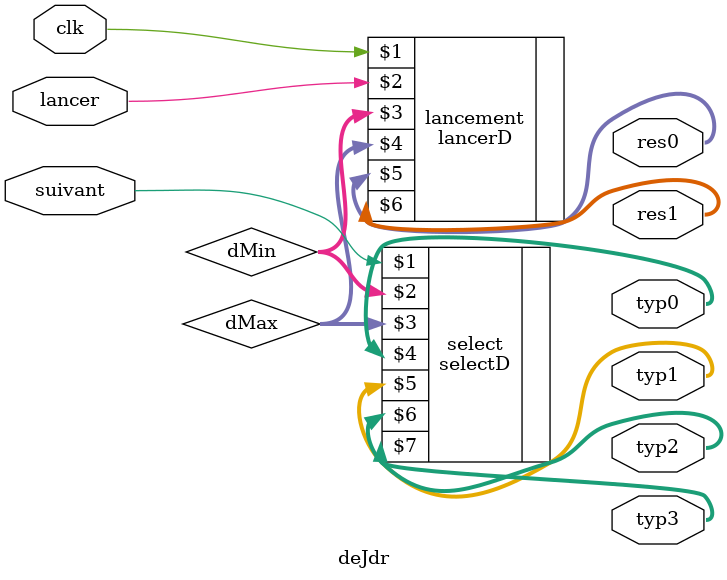
<source format=v>
module deJdr(clk, suivant, lancer, typ0, typ1, typ2, typ3, res0, res1);

input clk;
input suivant;
input lancer;

output[6:0] typ0, typ1, typ2, typ3;
output[6:0] res0, res1;

wire[6:0] dMin;
wire[6:0] dMax;

selectD select(suivant, dMin, dMax, typ0, typ1, typ2, typ3);
lancerD lancement(clk, lancer, dMin, dMax, res0, res1);

endmodule

</source>
